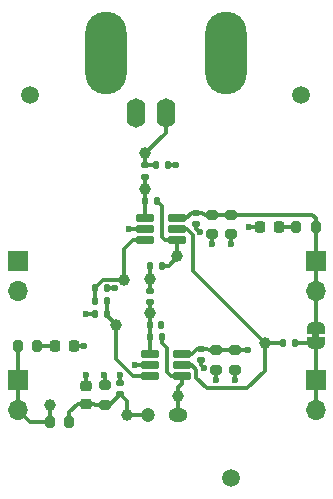
<source format=gtl>
%TF.GenerationSoftware,KiCad,Pcbnew,9.0.0*%
%TF.CreationDate,2025-04-27T22:50:59+02:00*%
%TF.ProjectId,OOS - optyczny odbiornik sygnalow,4f4f5320-2d20-46f7-9074-79637a6e7920,rev?*%
%TF.SameCoordinates,Original*%
%TF.FileFunction,Copper,L1,Top*%
%TF.FilePolarity,Positive*%
%FSLAX46Y46*%
G04 Gerber Fmt 4.6, Leading zero omitted, Abs format (unit mm)*
G04 Created by KiCad (PCBNEW 9.0.0) date 2025-04-27 22:50:59*
%MOMM*%
%LPD*%
G01*
G04 APERTURE LIST*
G04 Aperture macros list*
%AMRoundRect*
0 Rectangle with rounded corners*
0 $1 Rounding radius*
0 $2 $3 $4 $5 $6 $7 $8 $9 X,Y pos of 4 corners*
0 Add a 4 corners polygon primitive as box body*
4,1,4,$2,$3,$4,$5,$6,$7,$8,$9,$2,$3,0*
0 Add four circle primitives for the rounded corners*
1,1,$1+$1,$2,$3*
1,1,$1+$1,$4,$5*
1,1,$1+$1,$6,$7*
1,1,$1+$1,$8,$9*
0 Add four rect primitives between the rounded corners*
20,1,$1+$1,$2,$3,$4,$5,0*
20,1,$1+$1,$4,$5,$6,$7,0*
20,1,$1+$1,$6,$7,$8,$9,0*
20,1,$1+$1,$8,$9,$2,$3,0*%
%AMFreePoly0*
4,1,23,0.000000,0.745722,0.065263,0.745722,0.191342,0.711940,0.304381,0.646677,0.396677,0.554381,0.461940,0.441342,0.495722,0.315263,0.495722,0.250000,0.500000,0.250000,0.500000,-0.250000,0.495722,-0.250000,0.495722,-0.315263,0.461940,-0.441342,0.396677,-0.554381,0.304381,-0.646677,0.191342,-0.711940,0.065263,-0.745722,0.000000,-0.745722,0.000000,-0.750000,-0.500000,-0.750000,
-0.500000,0.750000,0.000000,0.750000,0.000000,0.745722,0.000000,0.745722,$1*%
%AMFreePoly1*
4,1,23,0.500000,-0.750000,0.000000,-0.750000,0.000000,-0.745722,-0.065263,-0.745722,-0.191342,-0.711940,-0.304381,-0.646677,-0.396677,-0.554381,-0.461940,-0.441342,-0.495722,-0.315263,-0.495722,-0.250000,-0.500000,-0.250000,-0.500000,0.250000,-0.495722,0.250000,-0.495722,0.315263,-0.461940,0.441342,-0.396677,0.554381,-0.304381,0.646677,-0.191342,0.711940,-0.065263,0.745722,0.000000,0.745722,
0.000000,0.750000,0.500000,0.750000,0.500000,-0.750000,0.500000,-0.750000,$1*%
G04 Aperture macros list end*
%TA.AperFunction,EtchedComponent*%
%ADD10C,0.000000*%
%TD*%
%TA.AperFunction,SMDPad,CuDef*%
%ADD11RoundRect,0.162500X-0.617500X-0.162500X0.617500X-0.162500X0.617500X0.162500X-0.617500X0.162500X0*%
%TD*%
%TA.AperFunction,SMDPad,CuDef*%
%ADD12C,1.000000*%
%TD*%
%TA.AperFunction,SMDPad,CuDef*%
%ADD13RoundRect,0.135000X0.135000X0.185000X-0.135000X0.185000X-0.135000X-0.185000X0.135000X-0.185000X0*%
%TD*%
%TA.AperFunction,SMDPad,CuDef*%
%ADD14RoundRect,0.135000X-0.135000X-0.185000X0.135000X-0.185000X0.135000X0.185000X-0.135000X0.185000X0*%
%TD*%
%TA.AperFunction,SMDPad,CuDef*%
%ADD15RoundRect,0.200000X-0.200000X-0.275000X0.200000X-0.275000X0.200000X0.275000X-0.200000X0.275000X0*%
%TD*%
%TA.AperFunction,SMDPad,CuDef*%
%ADD16RoundRect,0.200000X0.200000X0.275000X-0.200000X0.275000X-0.200000X-0.275000X0.200000X-0.275000X0*%
%TD*%
%TA.AperFunction,SMDPad,CuDef*%
%ADD17FreePoly0,90.000000*%
%TD*%
%TA.AperFunction,SMDPad,CuDef*%
%ADD18FreePoly1,90.000000*%
%TD*%
%TA.AperFunction,ComponentPad*%
%ADD19O,3.500000X7.000000*%
%TD*%
%TA.AperFunction,ComponentPad*%
%ADD20O,1.600000X2.500000*%
%TD*%
%TA.AperFunction,ComponentPad*%
%ADD21O,1.700000X1.700000*%
%TD*%
%TA.AperFunction,ComponentPad*%
%ADD22R,1.700000X1.700000*%
%TD*%
%TA.AperFunction,SMDPad,CuDef*%
%ADD23C,1.500000*%
%TD*%
%TA.AperFunction,ComponentPad*%
%ADD24C,1.200000*%
%TD*%
%TA.AperFunction,ComponentPad*%
%ADD25O,1.600000X1.200000*%
%TD*%
%TA.AperFunction,SMDPad,CuDef*%
%ADD26RoundRect,0.218750X-0.218750X-0.256250X0.218750X-0.256250X0.218750X0.256250X-0.218750X0.256250X0*%
%TD*%
%TA.AperFunction,SMDPad,CuDef*%
%ADD27RoundRect,0.218750X0.218750X0.256250X-0.218750X0.256250X-0.218750X-0.256250X0.218750X-0.256250X0*%
%TD*%
%TA.AperFunction,SMDPad,CuDef*%
%ADD28RoundRect,0.140000X0.170000X-0.140000X0.170000X0.140000X-0.170000X0.140000X-0.170000X-0.140000X0*%
%TD*%
%TA.AperFunction,SMDPad,CuDef*%
%ADD29RoundRect,0.140000X0.140000X0.170000X-0.140000X0.170000X-0.140000X-0.170000X0.140000X-0.170000X0*%
%TD*%
%TA.AperFunction,SMDPad,CuDef*%
%ADD30RoundRect,0.200000X0.275000X-0.200000X0.275000X0.200000X-0.275000X0.200000X-0.275000X-0.200000X0*%
%TD*%
%TA.AperFunction,SMDPad,CuDef*%
%ADD31RoundRect,0.225000X-0.250000X0.225000X-0.250000X-0.225000X0.250000X-0.225000X0.250000X0.225000X0*%
%TD*%
%TA.AperFunction,SMDPad,CuDef*%
%ADD32RoundRect,0.140000X-0.170000X0.140000X-0.170000X-0.140000X0.170000X-0.140000X0.170000X0.140000X0*%
%TD*%
%TA.AperFunction,SMDPad,CuDef*%
%ADD33RoundRect,0.200000X-0.275000X0.200000X-0.275000X-0.200000X0.275000X-0.200000X0.275000X0.200000X0*%
%TD*%
%TA.AperFunction,ViaPad*%
%ADD34C,0.600000*%
%TD*%
%TA.AperFunction,Conductor*%
%ADD35C,0.300000*%
%TD*%
G04 APERTURE END LIST*
D10*
%TA.AperFunction,EtchedComponent*%
%TO.C,JP1*%
G36*
X201420000Y-103530000D02*
G01*
X200820000Y-103530000D01*
X200820000Y-103030000D01*
X201420000Y-103030000D01*
X201420000Y-103530000D01*
G37*
%TD.AperFunction*%
%TD*%
D11*
%TO.P,U2,6,V+*%
%TO.N,+5V*%
X189370000Y-93330000D03*
%TO.P,U2,5,En*%
%TO.N,/OPA300_En*%
X189370000Y-94280000D03*
%TO.P,U2,4,-*%
%TO.N,/OPA300_x10_-*%
X189370000Y-95230000D03*
%TO.P,U2,3,+*%
%TO.N,/OPA300_x10_+*%
X186670000Y-95230000D03*
%TO.P,U2,2,V-*%
%TO.N,0V*%
X186670000Y-94280000D03*
%TO.P,U2,1,OUT*%
%TO.N,/OPA300_x10_Out*%
X186670000Y-93330000D03*
%TD*%
%TO.P,U1,6,V+*%
%TO.N,+5V*%
X189770000Y-104830000D03*
%TO.P,U1,5,En*%
%TO.N,/OPA300_En*%
X189770000Y-105780000D03*
%TO.P,U1,4,-*%
%TO.N,/OPA300_TIA_-*%
X189770000Y-106730000D03*
%TO.P,U1,3,+*%
%TO.N,/OPA300_TIA_+*%
X187070000Y-106730000D03*
%TO.P,U1,2,V-*%
%TO.N,0V*%
X187070000Y-105780000D03*
%TO.P,U1,1,OUT*%
%TO.N,/OPA300_TIA_Out*%
X187070000Y-104830000D03*
%TD*%
D12*
%TO.P,TP11,1,1*%
%TO.N,/OPA300_x10_Out_AC*%
X186670000Y-87880000D03*
%TD*%
%TO.P,TP10,1,1*%
%TO.N,/OPA300_x10_Out*%
X186670000Y-90880000D03*
%TD*%
%TO.P,TP9,1,1*%
%TO.N,/OPA300_x10_-*%
X189370000Y-96580000D03*
%TD*%
%TO.P,TP8,1,1*%
%TO.N,/OPA300_TIA_Out_AC*%
X187070000Y-98480000D03*
%TD*%
%TO.P,TP7,1,1*%
%TO.N,/OPA300_TIA_Out*%
X187070000Y-101380000D03*
%TD*%
%TO.P,TP6,1,1*%
%TO.N,/OPA300_TIA_-*%
X189505276Y-108380000D03*
%TD*%
%TO.P,TP5,1,1*%
%TO.N,/OPA300_En*%
X196840000Y-103930000D03*
%TD*%
%TO.P,TP4,1,1*%
%TO.N,/OPA300_x10_+*%
X184920000Y-98580000D03*
%TD*%
%TO.P,TP3,1,1*%
%TO.N,/OPA300_TIA_+*%
X184220000Y-102380000D03*
%TD*%
%TO.P,TP2,1,1*%
%TO.N,/BPX65_Cathode*%
X185170000Y-110064724D03*
%TD*%
%TO.P,TP1,1,1*%
%TO.N,+V_photo*%
X178595000Y-109180000D03*
%TD*%
D13*
%TO.P,R11,2*%
%TO.N,/OPA300_x10_Out_AC*%
X187620000Y-88900000D03*
%TO.P,R11,1*%
%TO.N,0V*%
X188640000Y-88900000D03*
%TD*%
%TO.P,R10,2*%
%TO.N,/OPA300_x10_Out*%
X186670000Y-91880000D03*
%TO.P,R10,1*%
%TO.N,/OPA300_x10_-*%
X187690000Y-91880000D03*
%TD*%
D14*
%TO.P,R9,2*%
%TO.N,/OPA300_x10_-*%
X188090000Y-97380000D03*
%TO.P,R9,1*%
%TO.N,/OPA300_TIA_Out_AC*%
X187070000Y-97380000D03*
%TD*%
D13*
%TO.P,R8,1*%
%TO.N,/OPA300_TIA_-*%
X188090000Y-103380000D03*
%TO.P,R8,2*%
%TO.N,/OPA300_TIA_Out*%
X187070000Y-103380000D03*
%TD*%
D14*
%TO.P,R7,2*%
%TO.N,0V*%
X183430000Y-99280000D03*
%TO.P,R7,1*%
%TO.N,/OPA300_x10_+*%
X182410000Y-99280000D03*
%TD*%
D13*
%TO.P,R6,2*%
%TO.N,/OPA300_x10_+*%
X182420000Y-100390000D03*
%TO.P,R6,1*%
%TO.N,/OPA300_TIA_+*%
X183440000Y-100390000D03*
%TD*%
D14*
%TO.P,R5,2*%
%TO.N,/OPA300_TIA_+*%
X183440000Y-101480000D03*
%TO.P,R5,1*%
%TO.N,+5V*%
X182420000Y-101480000D03*
%TD*%
D13*
%TO.P,R4,2*%
%TO.N,/OPA300_En*%
X198320000Y-103930000D03*
%TO.P,R4,1*%
%TO.N,/OPA300_En_Alt_Con*%
X199340000Y-103930000D03*
%TD*%
D15*
%TO.P,R3,2*%
%TO.N,/BPX65_Cathode*%
X180245000Y-110615000D03*
%TO.P,R3,1*%
%TO.N,+V_photo*%
X178595000Y-110615000D03*
%TD*%
D16*
%TO.P,R2,2*%
%TO.N,Net-(D2-A)*%
X199470000Y-94080000D03*
%TO.P,R2,1*%
%TO.N,+5V*%
X201120000Y-94080000D03*
%TD*%
D15*
%TO.P,R1,2*%
%TO.N,Net-(D1-A)*%
X177570000Y-104180000D03*
%TO.P,R1,1*%
%TO.N,+V_photo*%
X175920000Y-104180000D03*
%TD*%
D17*
%TO.P,JP1,2,B*%
%TO.N,+5V*%
X201120000Y-102630000D03*
D18*
%TO.P,JP1,1,A*%
%TO.N,/OPA300_En_Alt_Con*%
X201120000Y-103930000D03*
%TD*%
D19*
%TO.P,J5,2,Ext*%
%TO.N,0V*%
X193500000Y-79380000D03*
D20*
X185880000Y-84460000D03*
D19*
X183340000Y-79380000D03*
D20*
%TO.P,J5,1,In*%
%TO.N,/OPA300_x10_Out_AC*%
X188420000Y-84460000D03*
%TD*%
D21*
%TO.P,J4,2,Pin_2*%
%TO.N,/OPA300_En_Alt_Con*%
X201120000Y-109580000D03*
D22*
%TO.P,J4,1,Pin_1*%
X201120000Y-107040000D03*
%TD*%
D21*
%TO.P,J3,2,Pin_2*%
%TO.N,0V*%
X175920000Y-99545000D03*
D22*
%TO.P,J3,1,Pin_1*%
X175920000Y-97005000D03*
%TD*%
D21*
%TO.P,J2,2,Pin_2*%
%TO.N,+5V*%
X201120000Y-99545000D03*
D22*
%TO.P,J2,1,Pin_1*%
X201120000Y-97005000D03*
%TD*%
D21*
%TO.P,J1,2,Pin_2*%
%TO.N,+V_photo*%
X175920000Y-109580000D03*
D22*
%TO.P,J1,1,Pin_1*%
X175920000Y-107040000D03*
%TD*%
D23*
%TO.P,FID3,*%
%TO.N,*%
X176920000Y-82910000D03*
%TD*%
%TO.P,FID2,*%
%TO.N,*%
X199920000Y-82910000D03*
%TD*%
%TO.P,FID1,*%
%TO.N,*%
X193920000Y-115380000D03*
%TD*%
D24*
%TO.P,D3,2,K*%
%TO.N,/BPX65_Cathode*%
X186965276Y-110064724D03*
D25*
%TO.P,D3,1,A*%
%TO.N,/OPA300_TIA_-*%
X189505276Y-110064724D03*
%TD*%
D26*
%TO.P,D2,2,A*%
%TO.N,Net-(D2-A)*%
X198020000Y-94080000D03*
%TO.P,D2,1,K*%
%TO.N,0V*%
X196445000Y-94080000D03*
%TD*%
D27*
%TO.P,D1,2,A*%
%TO.N,Net-(D1-A)*%
X179057500Y-104180000D03*
%TO.P,D1,1,K*%
%TO.N,0V*%
X180632500Y-104180000D03*
%TD*%
D28*
%TO.P,C12,2*%
%TO.N,/OPA300_x10_Out_AC*%
X186670000Y-88900000D03*
%TO.P,C12,1*%
%TO.N,/OPA300_x10_Out*%
X186670000Y-89860000D03*
%TD*%
%TO.P,C11,2*%
%TO.N,/OPA300_TIA_Out_AC*%
X187070000Y-99500000D03*
%TO.P,C11,1*%
%TO.N,/OPA300_TIA_Out*%
X187070000Y-100460000D03*
%TD*%
D29*
%TO.P,C10,1*%
%TO.N,/OPA300_TIA_-*%
X188030000Y-102380000D03*
%TO.P,C10,2*%
%TO.N,/OPA300_TIA_Out*%
X187070000Y-102380000D03*
%TD*%
D28*
%TO.P,C9,2*%
%TO.N,0V*%
X184570000Y-107300000D03*
%TO.P,C9,1*%
%TO.N,/BPX65_Cathode*%
X184570000Y-108260000D03*
%TD*%
D30*
%TO.P,C8,2*%
%TO.N,0V*%
X183270000Y-107490000D03*
%TO.P,C8,1*%
%TO.N,/BPX65_Cathode*%
X183270000Y-109140000D03*
%TD*%
D31*
%TO.P,C7,2*%
%TO.N,/BPX65_Cathode*%
X181670000Y-109090000D03*
%TO.P,C7,1*%
%TO.N,0V*%
X181670000Y-107540000D03*
%TD*%
D32*
%TO.P,C6,2*%
%TO.N,0V*%
X191020000Y-93840000D03*
%TO.P,C6,1*%
%TO.N,+5V*%
X191020000Y-92880000D03*
%TD*%
%TO.P,C5,2*%
%TO.N,0V*%
X191420000Y-105360000D03*
%TO.P,C5,1*%
%TO.N,+5V*%
X191420000Y-104400000D03*
%TD*%
D33*
%TO.P,C4,2*%
%TO.N,0V*%
X192320000Y-94730000D03*
%TO.P,C4,1*%
%TO.N,+5V*%
X192320000Y-93080000D03*
%TD*%
%TO.P,C3,2*%
%TO.N,0V*%
X192720000Y-106205000D03*
%TO.P,C3,1*%
%TO.N,+5V*%
X192720000Y-104555000D03*
%TD*%
%TO.P,C2,2*%
%TO.N,0V*%
X193920000Y-94730000D03*
%TO.P,C2,1*%
%TO.N,+5V*%
X193920000Y-93080000D03*
%TD*%
%TO.P,C1,2*%
%TO.N,0V*%
X194320000Y-106205000D03*
%TO.P,C1,1*%
%TO.N,+5V*%
X194320000Y-104555000D03*
%TD*%
D34*
%TO.N,0V*%
X195520000Y-94080000D03*
X193920000Y-95580000D03*
X192320000Y-95580000D03*
X191323510Y-94538596D03*
X189320000Y-88880000D03*
X194320000Y-107080000D03*
X192720000Y-107080000D03*
X191650593Y-106022352D03*
X185820000Y-105780000D03*
X185320000Y-94280000D03*
X184520000Y-106680000D03*
X183220000Y-106680000D03*
X181720000Y-106680000D03*
X184120000Y-99280000D03*
X181520000Y-104180000D03*
%TO.N,+5V*%
X195395000Y-104555000D03*
X181720000Y-101480000D03*
%TD*%
D35*
%TO.N,0V*%
X196445000Y-94080000D02*
X195520000Y-94080000D01*
X193920000Y-94730000D02*
X193920000Y-95580000D01*
X192320000Y-94730000D02*
X192320000Y-95580000D01*
X191020000Y-94235086D02*
X191323510Y-94538596D01*
X191020000Y-93840000D02*
X191020000Y-94235086D01*
X189300000Y-88900000D02*
X189320000Y-88880000D01*
X188640000Y-88900000D02*
X189300000Y-88900000D01*
X194320000Y-106205000D02*
X194320000Y-107080000D01*
X192720000Y-106205000D02*
X192720000Y-107080000D01*
X191650593Y-106022352D02*
X191420000Y-105791759D01*
X191420000Y-105791759D02*
X191420000Y-105360000D01*
%TO.N,/OPA300_En*%
X189770000Y-105780000D02*
X190620000Y-105780000D01*
X196840000Y-106260000D02*
X196840000Y-103930000D01*
X190620000Y-105780000D02*
X191020000Y-106180000D01*
X191020000Y-106180000D02*
X191020000Y-106880000D01*
X191020000Y-106880000D02*
X191920000Y-107780000D01*
X191920000Y-107780000D02*
X195320000Y-107780000D01*
X195320000Y-107780000D02*
X196840000Y-106260000D01*
%TO.N,0V*%
X187070000Y-105780000D02*
X185820000Y-105780000D01*
X186670000Y-94280000D02*
X185320000Y-94280000D01*
X184570000Y-106730000D02*
X184520000Y-106680000D01*
X184570000Y-107300000D02*
X184570000Y-106730000D01*
X183270000Y-106730000D02*
X183220000Y-106680000D01*
X183270000Y-107490000D02*
X183270000Y-106730000D01*
X181670000Y-106730000D02*
X181720000Y-106680000D01*
X181670000Y-107540000D02*
X181670000Y-106730000D01*
X183430000Y-99280000D02*
X184120000Y-99280000D01*
X180632500Y-104180000D02*
X181520000Y-104180000D01*
%TO.N,+5V*%
X195395000Y-104555000D02*
X194320000Y-104555000D01*
X182420000Y-101480000D02*
X181720000Y-101480000D01*
%TO.N,/OPA300_x10_Out_AC*%
X186670000Y-87880000D02*
X188420000Y-86130000D01*
X188420000Y-86130000D02*
X188420000Y-84460000D01*
X187620000Y-88900000D02*
X186670000Y-88900000D01*
X186670000Y-87880000D02*
X186670000Y-88900000D01*
%TO.N,/OPA300_x10_Out*%
X186670000Y-90880000D02*
X186670000Y-89860000D01*
X186670000Y-91880000D02*
X186670000Y-90880000D01*
X186670000Y-93330000D02*
X186670000Y-91880000D01*
%TO.N,Net-(D1-A)*%
X177570000Y-104180000D02*
X179057500Y-104180000D01*
%TO.N,+V_photo*%
X175920000Y-104180000D02*
X175920000Y-107040000D01*
%TO.N,+5V*%
X193920000Y-93080000D02*
X200820000Y-93080000D01*
X200820000Y-93080000D02*
X201120000Y-93380000D01*
X201120000Y-93380000D02*
X201120000Y-94080000D01*
%TO.N,/OPA300_En*%
X189370000Y-94280000D02*
X190220000Y-94280000D01*
X190220000Y-94280000D02*
X190720000Y-94780000D01*
X190720000Y-94780000D02*
X190720000Y-97810000D01*
X190720000Y-97810000D02*
X196840000Y-103930000D01*
%TO.N,+5V*%
X192320000Y-93080000D02*
X193920000Y-93080000D01*
X191720000Y-93080000D02*
X192320000Y-93080000D01*
X191020000Y-92880000D02*
X191520000Y-92880000D01*
X191520000Y-92880000D02*
X191720000Y-93080000D01*
X189370000Y-93330000D02*
X190170000Y-93330000D01*
X190170000Y-93330000D02*
X190620000Y-92880000D01*
X190620000Y-92880000D02*
X191020000Y-92880000D01*
%TO.N,/OPA300_x10_+*%
X184920000Y-98580000D02*
X184920000Y-95980000D01*
X184920000Y-95980000D02*
X185670000Y-95230000D01*
X185670000Y-95230000D02*
X186670000Y-95230000D01*
%TO.N,/OPA300_TIA_+*%
X184220000Y-102380000D02*
X184220000Y-105280000D01*
X184220000Y-105280000D02*
X185670000Y-106730000D01*
X185670000Y-106730000D02*
X187070000Y-106730000D01*
X183440000Y-101480000D02*
X183440000Y-101600000D01*
X183440000Y-101600000D02*
X184220000Y-102380000D01*
X183440000Y-100390000D02*
X183440000Y-101480000D01*
%TO.N,/OPA300_x10_+*%
X182410000Y-99280000D02*
X183110000Y-98580000D01*
X183110000Y-98580000D02*
X184920000Y-98580000D01*
X182420000Y-100390000D02*
X182420000Y-99290000D01*
X182420000Y-99290000D02*
X182410000Y-99280000D01*
%TO.N,/OPA300_x10_-*%
X189370000Y-95230000D02*
X188370000Y-95230000D01*
X188370000Y-95230000D02*
X188120000Y-94980000D01*
X188120000Y-94980000D02*
X188120000Y-92310000D01*
X188120000Y-92310000D02*
X187690000Y-91880000D01*
X188670000Y-97380000D02*
X189370000Y-96680000D01*
X189370000Y-96680000D02*
X189370000Y-96580000D01*
X189370000Y-95230000D02*
X189370000Y-96580000D01*
X188090000Y-97380000D02*
X188670000Y-97380000D01*
%TO.N,/OPA300_TIA_Out_AC*%
X187070000Y-98480000D02*
X187070000Y-97380000D01*
X187070000Y-99500000D02*
X187070000Y-98480000D01*
%TO.N,/OPA300_TIA_Out*%
X187070000Y-101380000D02*
X187070000Y-100460000D01*
X187070000Y-102380000D02*
X187070000Y-101380000D01*
X187070000Y-103380000D02*
X187070000Y-102380000D01*
X187070000Y-104830000D02*
X187070000Y-103380000D01*
%TO.N,/OPA300_TIA_-*%
X188090000Y-103420000D02*
X188090000Y-103950000D01*
X188090000Y-103950000D02*
X188520000Y-104380000D01*
X188520000Y-104380000D02*
X188520000Y-106380000D01*
X188520000Y-106380000D02*
X188870000Y-106730000D01*
X188870000Y-106730000D02*
X189770000Y-106730000D01*
%TO.N,+5V*%
X189770000Y-104830000D02*
X190670000Y-104830000D01*
X190670000Y-104830000D02*
X191100000Y-104400000D01*
X191100000Y-104400000D02*
X191420000Y-104400000D01*
X192120000Y-104555000D02*
X192720000Y-104555000D01*
X191420000Y-104400000D02*
X191965000Y-104400000D01*
X191965000Y-104400000D02*
X192120000Y-104555000D01*
X192720000Y-104555000D02*
X194320000Y-104555000D01*
%TO.N,Net-(D2-A)*%
X199470000Y-94080000D02*
X198020000Y-94080000D01*
%TO.N,+5V*%
X201120000Y-97005000D02*
X201120000Y-94080000D01*
X201120000Y-99545000D02*
X201120000Y-97005000D01*
X201120000Y-102630000D02*
X201120000Y-99545000D01*
%TO.N,/OPA300_En_Alt_Con*%
X201120000Y-107040000D02*
X201120000Y-109580000D01*
X201120000Y-103930000D02*
X201120000Y-107040000D01*
X199340000Y-103930000D02*
X201120000Y-103930000D01*
%TO.N,/OPA300_En*%
X196840000Y-103930000D02*
X198320000Y-103930000D01*
%TO.N,/OPA300_TIA_-*%
X189505276Y-108380000D02*
X189505276Y-107630000D01*
X189770000Y-106730000D02*
X189770000Y-107365276D01*
X189770000Y-107365276D02*
X189505276Y-107630000D01*
X189505276Y-110064724D02*
X189505276Y-108380000D01*
%TO.N,/BPX65_Cathode*%
X184570000Y-108260000D02*
X185170000Y-108860000D01*
X185170000Y-108860000D02*
X185170000Y-110064724D01*
X183270000Y-109140000D02*
X183690000Y-109140000D01*
X183690000Y-109140000D02*
X184570000Y-108260000D01*
X186965276Y-110064724D02*
X185170000Y-110064724D01*
X181670000Y-109090000D02*
X182380000Y-109090000D01*
X182430000Y-109140000D02*
X183270000Y-109140000D01*
X182380000Y-109090000D02*
X182430000Y-109140000D01*
X180245000Y-110615000D02*
X180245000Y-109805000D01*
X180245000Y-109805000D02*
X180960000Y-109090000D01*
X180960000Y-109090000D02*
X181670000Y-109090000D01*
%TO.N,+V_photo*%
X178595000Y-109180000D02*
X178595000Y-110615000D01*
X175920000Y-109580000D02*
X176955000Y-110615000D01*
X176955000Y-110615000D02*
X178595000Y-110615000D01*
X175920000Y-107040000D02*
X175920000Y-109580000D01*
%TD*%
M02*

</source>
